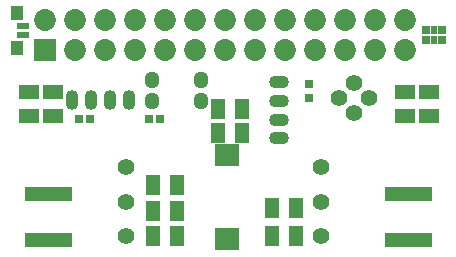
<source format=gts>
G04*
G04 #@! TF.GenerationSoftware,Altium Limited,Altium Designer,19.1.5 (86)*
G04*
G04 Layer_Color=8388736*
%FSLAX25Y25*%
%MOIN*%
G70*
G01*
G75*
%ADD15R,0.01981X0.04737*%
%ADD16R,0.07887X0.07690*%
%ADD17R,0.04800X0.06800*%
%ADD18R,0.03000X0.03162*%
%ADD19R,0.02572X0.02572*%
%ADD20R,0.02375X0.02572*%
%ADD21R,0.03950X0.02375*%
%ADD22R,0.04343X0.04737*%
%ADD23R,0.06800X0.04800*%
%ADD24R,0.02965X0.02965*%
%ADD25C,0.07296*%
%ADD26R,0.07296X0.07296*%
%ADD27O,0.04331X0.06693*%
%ADD28O,0.06693X0.04331*%
%ADD29C,0.05524*%
G04:AMPARAMS|DCode=30|XSize=51.31mil|YSize=43.43mil|CornerRadius=12.86mil|HoleSize=0mil|Usage=FLASHONLY|Rotation=270.000|XOffset=0mil|YOffset=0mil|HoleType=Round|Shape=RoundedRectangle|*
%AMROUNDEDRECTD30*
21,1,0.05131,0.01772,0,0,270.0*
21,1,0.02559,0.04343,0,0,270.0*
1,1,0.02572,-0.00886,-0.01280*
1,1,0.02572,-0.00886,0.01280*
1,1,0.02572,0.00886,0.01280*
1,1,0.02572,0.00886,-0.01280*
%
%ADD30ROUNDEDRECTD30*%
D15*
X19890Y20177D02*
D03*
Y4823D02*
D03*
X17921Y20177D02*
D03*
Y4823D02*
D03*
X15953Y20177D02*
D03*
Y4823D02*
D03*
X13984Y20177D02*
D03*
Y4823D02*
D03*
X12016Y20177D02*
D03*
Y4823D02*
D03*
X10047Y20177D02*
D03*
Y4823D02*
D03*
X8079Y20177D02*
D03*
Y4823D02*
D03*
X6110Y20177D02*
D03*
Y4823D02*
D03*
X126110D02*
D03*
Y20177D02*
D03*
X128079Y4823D02*
D03*
Y20177D02*
D03*
X130047Y4823D02*
D03*
Y20177D02*
D03*
X132016Y4823D02*
D03*
Y20177D02*
D03*
X133984Y4823D02*
D03*
Y20177D02*
D03*
X135953Y4823D02*
D03*
Y20177D02*
D03*
X137921Y4823D02*
D03*
Y20177D02*
D03*
X139890Y4823D02*
D03*
Y20177D02*
D03*
D16*
X72500Y33075D02*
D03*
Y4925D02*
D03*
D17*
X77500Y48500D02*
D03*
X69500D02*
D03*
X77500Y40500D02*
D03*
X69500D02*
D03*
X87500Y15500D02*
D03*
X95500D02*
D03*
X87500Y6000D02*
D03*
X95500D02*
D03*
X48000D02*
D03*
X56000D02*
D03*
X48000Y14500D02*
D03*
X56000D02*
D03*
X48000Y23000D02*
D03*
X56000D02*
D03*
D18*
X26890Y45000D02*
D03*
X23110D02*
D03*
X46610D02*
D03*
X50390D02*
D03*
D19*
X138842Y71327D02*
D03*
X144158D02*
D03*
Y74673D02*
D03*
X138842D02*
D03*
D20*
X141500Y71327D02*
D03*
Y74673D02*
D03*
D21*
X4484Y72925D02*
D03*
Y76075D02*
D03*
D22*
X2713Y80405D02*
D03*
Y68594D02*
D03*
D23*
X6500Y46000D02*
D03*
Y54000D02*
D03*
X14500D02*
D03*
Y46000D02*
D03*
X132000Y54000D02*
D03*
Y46000D02*
D03*
X140000D02*
D03*
Y54000D02*
D03*
D24*
X100000Y52200D02*
D03*
Y56800D02*
D03*
D25*
X132000Y78000D02*
D03*
Y68012D02*
D03*
X122000Y78000D02*
D03*
Y68012D02*
D03*
X112000Y78000D02*
D03*
Y68012D02*
D03*
X102000Y78000D02*
D03*
Y68012D02*
D03*
X92000Y78000D02*
D03*
Y68012D02*
D03*
X82000Y78000D02*
D03*
Y68012D02*
D03*
X72000Y78000D02*
D03*
Y68012D02*
D03*
X62000Y78000D02*
D03*
Y68012D02*
D03*
X52000Y78000D02*
D03*
Y68012D02*
D03*
X42000Y78000D02*
D03*
Y68012D02*
D03*
X32000Y78000D02*
D03*
Y68012D02*
D03*
X22000Y78000D02*
D03*
Y68012D02*
D03*
X12000Y78000D02*
D03*
D26*
Y68012D02*
D03*
D27*
X39949Y51500D02*
D03*
X33650D02*
D03*
X27350D02*
D03*
X21051D02*
D03*
D28*
X90000Y38551D02*
D03*
Y44850D02*
D03*
Y51150D02*
D03*
Y57449D02*
D03*
D29*
X120000Y52000D02*
D03*
X115000Y57000D02*
D03*
X110000Y52000D02*
D03*
X115000Y47000D02*
D03*
X103961Y17500D02*
D03*
X39000D02*
D03*
X39039Y6000D02*
D03*
X104000D02*
D03*
X103961Y29000D02*
D03*
X39000D02*
D03*
D30*
X47500Y51000D02*
D03*
X64035D02*
D03*
X47500Y58087D02*
D03*
X64035D02*
D03*
M02*

</source>
